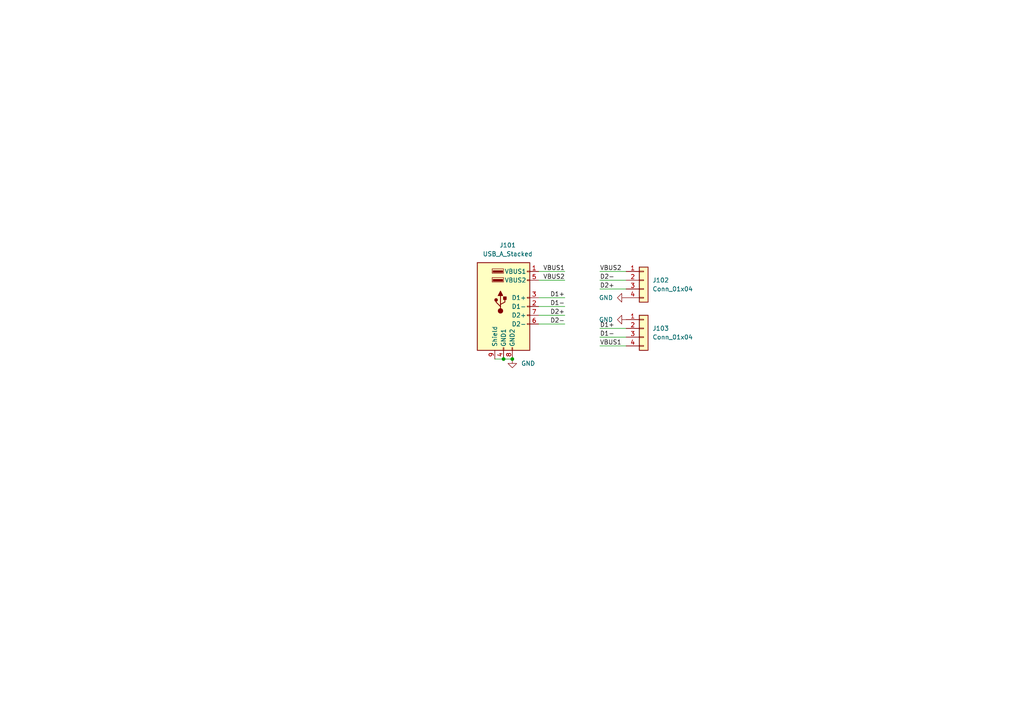
<source format=kicad_sch>
(kicad_sch (version 20210621) (generator eeschema)
  (paper "A4")
  (lib_symbols
    (symbol "Connector:USB_A_Stacked" (pin_names (offset 1.016))
      (property "Reference" "J" (at 0 15.875 0))
      (property "Value" "USB_A_Stacked" (at 0 13.97 0))
      (symbol "USB_A_Stacked_0_1"
        (circle (center -2.159 1.905) (radius 0.381) (stroke (width 0.254)) (fill (type outline)))
        (circle (center -0.889 -1.27) (radius 0.635) (stroke (width 0.254)) (fill (type outline)))
        (rectangle (start -0.127 -12.7) (end 0.127 -11.938))
        (rectangle (start 0 7.112) (end -3.302 8.382))
        (rectangle (start 0 9.652) (end -3.302 10.922))
        (rectangle (start 2.413 -12.7) (end 2.667 -11.938))
        (rectangle (start 7.62 -5.207) (end 6.858 -4.953))
        (rectangle (start 7.62 -2.667) (end 6.858 -2.413))
        (rectangle (start 7.62 -0.127) (end 6.858 0.127))
        (rectangle (start 7.62 2.413) (end 6.858 2.667))
        (rectangle (start 7.62 7.493) (end 6.858 7.747))
        (rectangle (start 7.62 10.033) (end 6.858 10.287))
        (rectangle (start -0.254 7.366) (end -3.048 7.874) (fill (type outline)))
        (rectangle (start -0.254 9.906) (end -3.048 10.414) (fill (type outline)))
        (rectangle (start 0 2.794) (end 0.762 2.032) (stroke (width 0.254)) (fill (type outline)))
        (rectangle (start -7.62 12.7) (end 7.62 -12.7) (stroke (width 0.254)) (fill (type background)))
        (polyline (pts (xy -0.889 -0.635) (xy -0.889 0) (xy -2.159 1.27) (xy -2.159 1.905)) (stroke (width 0.254)))
        (polyline (pts (xy -0.889 0) (xy -0.889 0.635) (xy 0.381 1.27) (xy 0.381 2.54)) (stroke (width 0.254)))
        (polyline (pts (xy -1.524 3.175) (xy -0.254 3.175) (xy -0.889 4.445) (xy -1.524 3.175)) (stroke (width 0.254)) (fill (type outline)))
      )
      (symbol "USB_A_Stacked_1_1"
        (polyline (pts (xy -0.889 0.635) (xy -0.889 3.175)) (stroke (width 0.254)))
        (pin power_in line (at 10.16 10.16 180) (length 2.54) (name "VBUS1") (number "1"))
        (pin bidirectional line (at 10.16 0 180) (length 2.54) (name "D1-") (number "2"))
        (pin bidirectional line (at 10.16 2.54 180) (length 2.54) (name "D1+") (number "3"))
        (pin power_in line (at 0 -15.24 90) (length 2.54) (name "GND1") (number "4"))
        (pin power_in line (at 10.16 7.62 180) (length 2.54) (name "VBUS2") (number "5"))
        (pin bidirectional line (at 10.16 -5.08 180) (length 2.54) (name "D2-") (number "6"))
        (pin bidirectional line (at 10.16 -2.54 180) (length 2.54) (name "D2+") (number "7"))
        (pin power_in line (at 2.54 -15.24 90) (length 2.54) (name "GND2") (number "8"))
        (pin passive line (at -2.54 -15.24 90) (length 2.54) (name "Shield") (number "9"))
      )
    )
    (symbol "Connector_Generic:Conn_01x04" (pin_names (offset 1.016) hide)
      (property "Reference" "J" (at 0 5.08 0))
      (property "Value" "Conn_01x04" (at 0 -7.62 0))
      (symbol "Conn_01x04_1_1"
        (rectangle (start -1.27 -4.953) (end 0 -5.207) (stroke (width 0.1524)))
        (rectangle (start -1.27 -2.413) (end 0 -2.667) (stroke (width 0.1524)))
        (rectangle (start -1.27 0.127) (end 0 -0.127) (stroke (width 0.1524)))
        (rectangle (start -1.27 2.667) (end 0 2.413) (stroke (width 0.1524)))
        (rectangle (start -1.27 3.81) (end 1.27 -6.35) (stroke (width 0.254)) (fill (type background)))
        (pin passive line (at -5.08 2.54 0) (length 3.81) (name "Pin_1") (number "1"))
        (pin passive line (at -5.08 0 0) (length 3.81) (name "Pin_2") (number "2"))
        (pin passive line (at -5.08 -2.54 0) (length 3.81) (name "Pin_3") (number "3"))
        (pin passive line (at -5.08 -5.08 0) (length 3.81) (name "Pin_4") (number "4"))
      )
    )
    (symbol "power:GND" (power) (pin_names (offset 0))
      (property "Value" "GND" (at 0 -3.81 0))
      (symbol "GND_0_1"
        (polyline (pts (xy 0 0) (xy 0 -1.27) (xy 1.27 -1.27) (xy 0 -2.54) (xy -1.27 -1.27) (xy 0 -1.27)))
      )
      (symbol "GND_1_1"
        (pin power_in line (at 0 0 270) (length 0) hide (name "GND") (number "1"))
      )
    )
  )
  (junction (at 146.05 104.14))
  (junction (at 148.59 104.14))
  (wire (pts (xy 143.51 104.14) (xy 146.05 104.14)))
  (wire (pts (xy 146.05 104.14) (xy 148.59 104.14)))
  (wire (pts (xy 163.83 78.74) (xy 156.21 78.74)))
  (wire (pts (xy 163.83 81.28) (xy 156.21 81.28)))
  (wire (pts (xy 163.83 86.36) (xy 156.21 86.36)))
  (wire (pts (xy 163.83 88.9) (xy 156.21 88.9)))
  (wire (pts (xy 163.83 91.44) (xy 156.21 91.44)))
  (wire (pts (xy 163.83 93.98) (xy 156.21 93.98)))
  (wire (pts (xy 173.99 78.74) (xy 181.61 78.74)))
  (wire (pts (xy 173.99 81.28) (xy 181.61 81.28)))
  (wire (pts (xy 173.99 83.82) (xy 181.61 83.82)))
  (wire (pts (xy 173.99 95.25) (xy 181.61 95.25)))
  (wire (pts (xy 173.99 97.79) (xy 181.61 97.79)))
  (wire (pts (xy 173.99 100.33) (xy 181.61 100.33)))
  (label "VBUS1" (at 163.83 78.74 180))
  (label "VBUS2" (at 163.83 81.28 180))
  (label "D1+" (at 163.83 86.36 180))
  (label "D1-" (at 163.83 88.9 180))
  (label "D2+" (at 163.83 91.44 180))
  (label "D2-" (at 163.83 93.98 180))
  (label "VBUS2" (at 173.99 78.74 0))
  (label "D2-" (at 173.99 81.28 0))
  (label "D2+" (at 173.99 83.82 0))
  (label "D1+" (at 173.99 95.25 0))
  (label "D1-" (at 173.99 97.79 0))
  (label "VBUS1" (at 173.99 100.33 0))
  (symbol (lib_id "power:GND") (at 148.59 104.14 0) (unit 1)
    (property "Reference" "#PWR0101" (effects hide))
    (property "Value" "GND" (at 151.13 105.4099 0) (effects (justify left)))
  )
  (symbol (lib_id "power:GND") (at 181.61 86.36 270) (unit 1)
    (property "Reference" "#PWR0103" (effects hide))
    (property "Value" "GND" (at 177.8 86.3599 90) (effects (justify right)))
  )
  (symbol (lib_id "power:GND") (at 181.61 92.71 270) (unit 1)
    (property "Reference" "#PWR0102" (effects hide))
    (property "Value" "GND" (at 177.8 92.7099 90) (effects (justify right)))
  )
  (symbol (lib_id "Connector_Generic:Conn_01x04") (at 186.69 81.28 0) (unit 1)
    (property "Reference" "J102" (at 189.23 81.2799 0) (effects (justify left)))
    (property "Value" "Conn_01x04" (at 189.23 83.8199 0) (effects (justify left)))
    (property "Footprint" "footprints:PinHeader_1x04_P1.27mm_Horizontal_Alt" (effects hide))
  )
  (symbol (lib_id "Connector_Generic:Conn_01x04") (at 186.69 95.25 0) (unit 1)
    (property "Reference" "J103" (at 189.23 95.2499 0) (effects (justify left)))
    (property "Value" "Conn_01x04" (at 189.23 97.7899 0) (effects (justify left)))
    (property "Footprint" "footprints:PinHeader_1x04_P1.27mm_Horizontal_Alt" (effects hide))
  )
  (symbol (lib_id "Connector:USB_A_Stacked") (at 146.05 88.9 0) (unit 1)
    (property "Reference" "J101" (at 147.2565 71.12 0))
    (property "Value" "USB_A_Stacked" (at 147.2565 73.66 0))
    (property "Footprint" "footprints:USB_A_Wuerth_614008235023_Vertical_Stacked" (effects hide))
    (property "Datasheet" " ~" (effects hide))
  )
)
</source>
